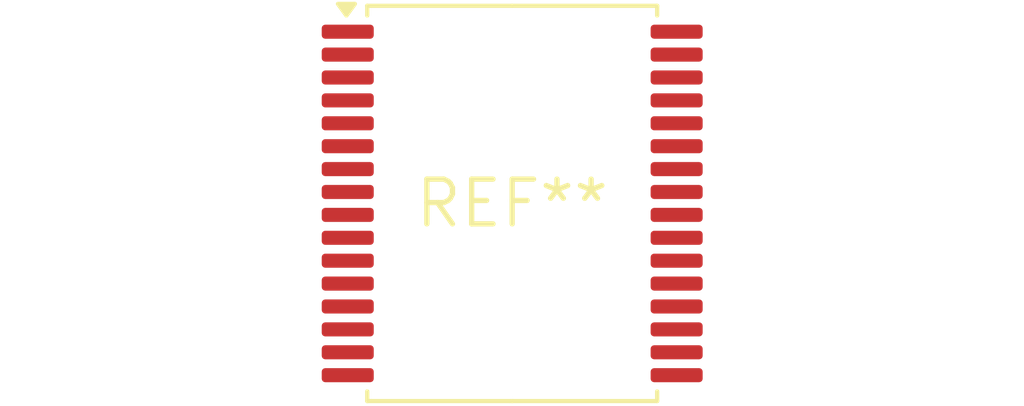
<source format=kicad_pcb>
(kicad_pcb (version 20240108) (generator pcbnew)
  (layers (0 "F.Cu" signal) (31 "B.Cu" signal) (34 "B.Paste" user) (35 "F.Paste" user) (36 "B.SilkS" user "B.Silkscreen") (37 "F.SilkS" user "F.Silkscreen") (38 "B.Mask" user) (39 "F.Mask" user) (44 "Edge.Cuts" user))
  (net 0 "")
  (footprint "TSSOP-32_8x11mm_P0.65mm" (layer "F.Cu") (at 0 0)
    (property "Reference" "REF**")
    (property "Value" "TSSOP-32_8x11mm_P0.65mm")
    (fp_line (start -4.11 -5.61) (end -4.11 -5.335) (layer "F.SilkS") (stroke (width 0.12)))
    (fp_line (start -4.11 5.61) (end -4.11 5.335) (layer "F.SilkS") (stroke (width 0.12)))
    (fp_line (start 0 -5.61) (end -4.11 -5.61) (layer "F.SilkS") (stroke (width 0.12)))
    (fp_line (start 0 -5.61) (end 4.11 -5.61) (layer "F.SilkS") (stroke (width 0.12)))
    (fp_line (start 0 5.61) (end -4.11 5.61) (layer "F.SilkS") (stroke (width 0.12)))
    (fp_line (start 0 5.61) (end 4.11 5.61) (layer "F.SilkS") (stroke (width 0.12)))
    (fp_line (start 4.11 -5.61) (end 4.11 -5.335) (layer "F.SilkS") (stroke (width 0.12)))
    (fp_line (start 4.11 5.61) (end 4.11 5.335) (layer "F.SilkS") (stroke (width 0.12)))
    (fp_poly (pts (xy -4.7 -5.335) (xy -4.94 -5.665) (xy -4.46 -5.665) (xy -4.7 -5.335)) (layer "F.SilkS") (stroke (width 0.12)) (fill solid))
    (pad "1" smd roundrect (at -4.6625 -4.875) (size 1.475 0.4) (layers "F.Cu" "F.Paste" "F.Mask"))
    (pad "2" smd roundrect (at -4.6625 -4.225) (size 1.475 0.4) (layers "F.Cu" "F.Paste" "F.Mask"))
    (pad "3" smd roundrect (at -4.6625 -3.575) (size 1.475 0.4) (layers "F.Cu" "F.Paste" "F.Mask"))
    (pad "4" smd roundrect (at -4.6625 -2.925) (size 1.475 0.4) (layers "F.Cu" "F.Paste" "F.Mask"))
    (pad "5" smd roundrect (at -4.6625 -2.275) (size 1.475 0.4) (layers "F.Cu" "F.Paste" "F.Mask"))
    (pad "6" smd roundrect (at -4.6625 -1.625) (size 1.475 0.4) (layers "F.Cu" "F.Paste" "F.Mask"))
    (pad "7" smd roundrect (at -4.6625 -0.975) (size 1.475 0.4) (layers "F.Cu" "F.Paste" "F.Mask"))
    (pad "8" smd roundrect (at -4.6625 -0.325) (size 1.475 0.4) (layers "F.Cu" "F.Paste" "F.Mask"))
    (pad "9" smd roundrect (at -4.6625 0.325) (size 1.475 0.4) (layers "F.Cu" "F.Paste" "F.Mask"))
    (pad "10" smd roundrect (at -4.6625 0.975) (size 1.475 0.4) (layers "F.Cu" "F.Paste" "F.Mask"))
    (pad "11" smd roundrect (at -4.6625 1.625) (size 1.475 0.4) (layers "F.Cu" "F.Paste" "F.Mask"))
    (pad "12" smd roundrect (at -4.6625 2.275) (size 1.475 0.4) (layers "F.Cu" "F.Paste" "F.Mask"))
    (pad "13" smd roundrect (at -4.6625 2.925) (size 1.475 0.4) (layers "F.Cu" "F.Paste" "F.Mask"))
    (pad "14" smd roundrect (at -4.6625 3.575) (size 1.475 0.4) (layers "F.Cu" "F.Paste" "F.Mask"))
    (pad "15" smd roundrect (at -4.6625 4.225) (size 1.475 0.4) (layers "F.Cu" "F.Paste" "F.Mask"))
    (pad "16" smd roundrect (at -4.6625 4.875) (size 1.475 0.4) (layers "F.Cu" "F.Paste" "F.Mask"))
    (pad "17" smd roundrect (at 4.6625 4.875) (size 1.475 0.4) (layers "F.Cu" "F.Paste" "F.Mask"))
    (pad "18" smd roundrect (at 4.6625 4.225) (size 1.475 0.4) (layers "F.Cu" "F.Paste" "F.Mask"))
    (pad "19" smd roundrect (at 4.6625 3.575) (size 1.475 0.4) (layers "F.Cu" "F.Paste" "F.Mask"))
    (pad "20" smd roundrect (at 4.6625 2.925) (size 1.475 0.4) (layers "F.Cu" "F.Paste" "F.Mask"))
    (pad "21" smd roundrect (at 4.6625 2.275) (size 1.475 0.4) (layers "F.Cu" "F.Paste" "F.Mask"))
    (pad "22" smd roundrect (at 4.6625 1.625) (size 1.475 0.4) (layers "F.Cu" "F.Paste" "F.Mask"))
    (pad "23" smd roundrect (at 4.6625 0.975) (size 1.475 0.4) (layers "F.Cu" "F.Paste" "F.Mask"))
    (pad "24" smd roundrect (at 4.6625 0.325) (size 1.475 0.4) (layers "F.Cu" "F.Paste" "F.Mask"))
    (pad "25" smd roundrect (at 4.6625 -0.325) (size 1.475 0.4) (layers "F.Cu" "F.Paste" "F.Mask"))
    (pad "26" smd roundrect (at 4.6625 -0.975) (size 1.475 0.4) (layers "F.Cu" "F.Paste" "F.Mask"))
    (pad "27" smd roundrect (at 4.6625 -1.625) (size 1.475 0.4) (layers "F.Cu" "F.Paste" "F.Mask"))
    (pad "28" smd roundrect (at 4.6625 -2.275) (size 1.475 0.4) (layers "F.Cu" "F.Paste" "F.Mask"))
    (pad "29" smd roundrect (at 4.6625 -2.925) (size 1.475 0.4) (layers "F.Cu" "F.Paste" "F.Mask"))
    (pad "30" smd roundrect (at 4.6625 -3.575) (size 1.475 0.4) (layers "F.Cu" "F.Paste" "F.Mask"))
    (pad "31" smd roundrect (at 4.6625 -4.225) (size 1.475 0.4) (layers "F.Cu" "F.Paste" "F.Mask"))
    (pad "32" smd roundrect (at 4.6625 -4.875) (size 1.475 0.4) (layers "F.Cu" "F.Paste" "F.Mask"))
  )
)
</source>
